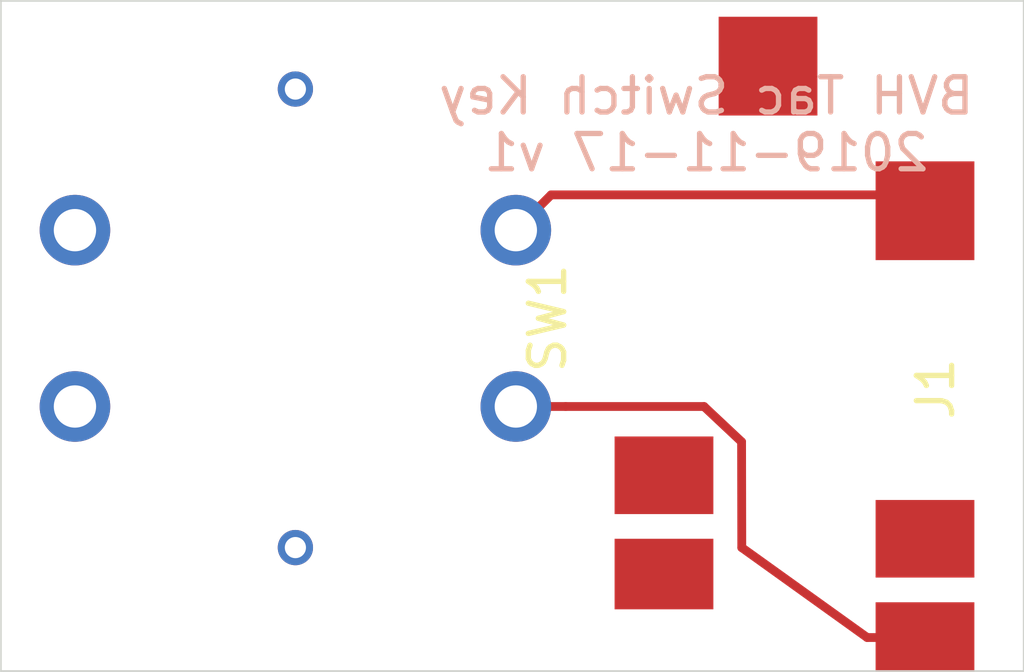
<source format=kicad_pcb>
(kicad_pcb (version 20171130) (host pcbnew 5.1.4-e60b266~84~ubuntu18.04.1)

  (general
    (thickness 1.6)
    (drawings 5)
    (tracks 9)
    (zones 0)
    (modules 2)
    (nets 3)
  )

  (page A4)
  (layers
    (0 F.Cu signal)
    (31 B.Cu signal)
    (32 B.Adhes user)
    (33 F.Adhes user)
    (34 B.Paste user)
    (35 F.Paste user)
    (36 B.SilkS user)
    (37 F.SilkS user)
    (38 B.Mask user)
    (39 F.Mask user)
    (40 Dwgs.User user)
    (41 Cmts.User user)
    (42 Eco1.User user)
    (43 Eco2.User user)
    (44 Edge.Cuts user)
    (45 Margin user)
    (46 B.CrtYd user)
    (47 F.CrtYd user)
    (48 B.Fab user)
    (49 F.Fab user)
  )

  (setup
    (last_trace_width 0.25)
    (trace_clearance 0.2)
    (zone_clearance 0.508)
    (zone_45_only no)
    (trace_min 0.2)
    (via_size 0.8)
    (via_drill 0.4)
    (via_min_size 0.4)
    (via_min_drill 0.3)
    (uvia_size 0.3)
    (uvia_drill 0.1)
    (uvias_allowed no)
    (uvia_min_size 0.2)
    (uvia_min_drill 0.1)
    (edge_width 0.05)
    (segment_width 0.2)
    (pcb_text_width 0.3)
    (pcb_text_size 1.5 1.5)
    (mod_edge_width 0.12)
    (mod_text_size 1 1)
    (mod_text_width 0.15)
    (pad_size 1.524 1.524)
    (pad_drill 0.762)
    (pad_to_mask_clearance 0.051)
    (solder_mask_min_width 0.25)
    (aux_axis_origin 0 0)
    (visible_elements FFFFFF7F)
    (pcbplotparams
      (layerselection 0x010fc_ffffffff)
      (usegerberextensions false)
      (usegerberattributes false)
      (usegerberadvancedattributes false)
      (creategerberjobfile false)
      (excludeedgelayer true)
      (linewidth 0.100000)
      (plotframeref false)
      (viasonmask false)
      (mode 1)
      (useauxorigin false)
      (hpglpennumber 1)
      (hpglpenspeed 20)
      (hpglpendiameter 15.000000)
      (psnegative false)
      (psa4output false)
      (plotreference true)
      (plotvalue true)
      (plotinvisibletext false)
      (padsonsilk false)
      (subtractmaskfromsilk false)
      (outputformat 1)
      (mirror false)
      (drillshape 1)
      (scaleselection 1)
      (outputdirectory ""))
  )

  (net 0 "")
  (net 1 "Net-(J1-Pad1)")
  (net 2 "Net-(J1-Pad2)")

  (net_class Default "This is the default net class."
    (clearance 0.2)
    (trace_width 0.25)
    (via_dia 0.8)
    (via_drill 0.4)
    (uvia_dia 0.3)
    (uvia_drill 0.1)
    (add_net "Net-(J1-Pad1)")
    (add_net "Net-(J1-Pad2)")
  )

  (module BVH_Connectors_Misc:SJ-43516-SMT-TRRS_Audio_Jack_w_switch (layer F.Cu) (tedit 5DD1B6F8) (tstamp 5DD1BD95)
    (at 173 118 90)
    (path /5DD238E0)
    (fp_text reference J1 (at 0 4 90) (layer F.SilkS)
      (effects (font (size 1 1) (thickness 0.15)))
    )
    (fp_text value AudioJack4_SwitchTR (at 0 -8.2 90) (layer F.Fab)
      (effects (font (size 1 1) (thickness 0.15)))
    )
    (fp_line (start -7.75 -2.3) (end 7.75 -2.3) (layer Dwgs.User) (width 0.15))
    (fp_line (start 7.75 -2.3) (end 7.75 2.3) (layer Dwgs.User) (width 0.15))
    (fp_line (start -7.75 2.3) (end 7.75 2.3) (layer Dwgs.User) (width 0.15))
    (fp_line (start -7.75 -2.3) (end -7.75 2.3) (layer Dwgs.User) (width 0.15))
    (pad 1 smd rect (at -7.05 3.7 90) (size 2 2.8) (layers F.Cu F.Paste F.Mask)
      (net 1 "Net-(J1-Pad1)"))
    (pad 4 smd rect (at -4.25 3.7 90) (size 2.2 2.8) (layers F.Cu F.Paste F.Mask))
    (pad 6 smd rect (at -5.25 -3.7 90) (size 2 2.8) (layers F.Cu F.Paste F.Mask))
    (pad 3 smd rect (at -2.45 -3.7 90) (size 2.2 2.8) (layers F.Cu F.Paste F.Mask))
    (pad 2 smd rect (at 5.05 3.7 90) (size 2.8 2.8) (layers F.Cu F.Paste F.Mask)
      (net 2 "Net-(J1-Pad2)"))
    (pad 5 smd rect (at 9.15 -0.75 90) (size 2.8 2.8) (layers F.Cu F.Paste F.Mask))
    (pad "" np_thru_hole circle (at -3.25 0 90) (size 1.7 1.7) (drill 1.7) (layers *.Cu *.Mask))
    (pad "" np_thru_hole circle (at 3.75 0 90) (size 1.7 1.7) (drill 1.7) (layers *.Cu *.Mask))
  )

  (module Switches:TacButton_12mm_12mm_LED-optional (layer F.Cu) (tedit 5DD1B9DC) (tstamp 5DD1BDDD)
    (at 158.85 116 180)
    (path /5DD1AD92)
    (fp_text reference SW1 (at -7.15 0 90) (layer F.SilkS)
      (effects (font (size 1 1) (thickness 0.15)))
    )
    (fp_text value SW_SPST (at 0 -0.2) (layer F.Fab)
      (effects (font (size 1 1) (thickness 0.15)))
    )
    (fp_line (start -6 -6) (end 6 -6) (layer Dwgs.User) (width 0.15))
    (fp_line (start -6 6) (end 6 6) (layer Dwgs.User) (width 0.15))
    (fp_line (start -6 -6) (end -6 6) (layer Dwgs.User) (width 0.15))
    (fp_line (start 6 -6) (end 6 6) (layer Dwgs.User) (width 0.15))
    (pad 1 thru_hole circle (at -6.25 -2.5 180) (size 2 2) (drill 1.2) (layers *.Cu *.Mask)
      (net 1 "Net-(J1-Pad1)"))
    (pad 1 thru_hole circle (at 6.25 -2.5 180) (size 2 2) (drill 1.2) (layers *.Cu *.Mask)
      (net 1 "Net-(J1-Pad1)"))
    (pad 2 thru_hole circle (at -6.25 2.5 180) (size 2 2) (drill 1.2) (layers *.Cu *.Mask)
      (net 2 "Net-(J1-Pad2)"))
    (pad 2 thru_hole circle (at 6.25 2.5 180) (size 2 2) (drill 1.2) (layers *.Cu *.Mask)
      (net 2 "Net-(J1-Pad2)"))
    (pad 3 thru_hole circle (at 0 -6.5 180) (size 1 1) (drill 0.6) (layers *.Cu *.Mask))
    (pad 4 thru_hole circle (at 0 6.5 180) (size 1 1) (drill 0.6) (layers *.Cu *.Mask))
    (pad "" np_thru_hole circle (at 0 -4.5 180) (size 1.8 1.8) (drill 1.8) (layers *.Cu *.Mask))
    (pad "" np_thru_hole circle (at 0 4.5 180) (size 1.8 1.8) (drill 1.8) (layers *.Cu *.Mask))
  )

  (gr_text "BVH Tac Switch Key\n2019-11-17 v1" (at 170.5 110.5) (layer B.SilkS) (tstamp 5DD1BDCC)
    (effects (font (size 1 1) (thickness 0.15)) (justify mirror))
  )
  (gr_line (start 150.5 126) (end 150.5 107) (layer Edge.Cuts) (width 0.05) (tstamp 5DD1BDB7))
  (gr_line (start 179.5 126) (end 150.5 126) (layer Edge.Cuts) (width 0.05) (tstamp 5DD1BDC6))
  (gr_line (start 179.5 107) (end 179.5 126) (layer Edge.Cuts) (width 0.05) (tstamp 5DD1BDC3))
  (gr_line (start 150.5 107) (end 179.5 107) (layer Edge.Cuts) (width 0.05) (tstamp 5DD1BDB4))

  (segment (start 166.514213 118.5) (end 165.1 118.5) (width 0.25) (layer F.Cu) (net 1))
  (segment (start 170.435002 118.5) (end 166.514213 118.5) (width 0.25) (layer F.Cu) (net 1))
  (segment (start 171.5 119.5) (end 170.435002 118.5) (width 0.25) (layer F.Cu) (net 1))
  (segment (start 171.505499 122.5) (end 171.5 119.5) (width 0.25) (layer F.Cu) (net 1))
  (segment (start 176.7 125.05) (end 175.060998 125.05) (width 0.25) (layer F.Cu) (net 1))
  (segment (start 175.060998 125.05) (end 171.505499 122.5) (width 0.25) (layer F.Cu) (net 1))
  (segment (start 176.250001 112.500001) (end 176.7 112.95) (width 0.25) (layer F.Cu) (net 2) (tstamp 5DD1BDC9))
  (segment (start 166.099999 112.500001) (end 176.250001 112.500001) (width 0.25) (layer F.Cu) (net 2) (tstamp 5DD1BE02))
  (segment (start 165.1 113.5) (end 166.099999 112.500001) (width 0.25) (layer F.Cu) (net 2) (tstamp 5DD1BDC0))

)

</source>
